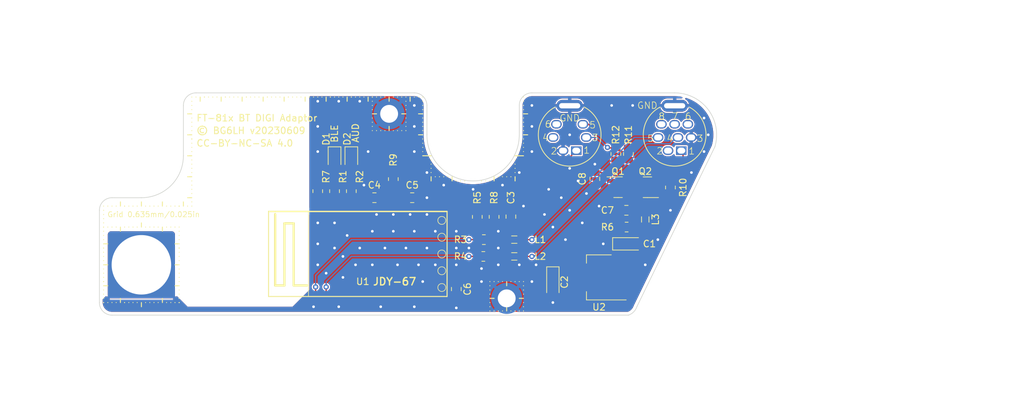
<source format=kicad_pcb>
(kicad_pcb (version 20221018) (generator pcbnew)
  (title_block (title "FT-81x BT DIGI Adaptor") (date "2023-06-09") (rev "20230609") (company "https://github.com/BG6LH/FT-81x-BT-DIGI-Adaptor") (comment 1 "CC-BY-NC-SA 4.0") (comment 2 "With special thanks to: BG6JJI, BI1EIH"))
  (layers (0 "F.Cu" signal) (31 "B.Cu" signal) (34 "B.Paste" user) (35 "F.Paste" user) (36 "B.SilkS" user "B.Silkscreen") (37 "F.SilkS" user "F.Silkscreen") (38 "B.Mask" user) (39 "F.Mask" user) (44 "Edge.Cuts" user))
  (net 0 "")
  (net 1 "Net-(U1-TXD)")
  (net 2 "Net-(U1-RXD)")
  (net 3 "Net-(U1-RP)")
  (net 4 "Net-(U1-LP)")
  (net 5 "Net-(U1-MIC-P)")
  (net 6 "Net-(U1-ADCKIN)")
  (net 7 "Net-(U1-AUD-STAT)")
  (net 8 "Net-(U1-BLE-STAT)")
  (net 9 "Net-(U2-VI)")
  (net 10 "+13.8V")
  (net 11 "TX GND")
  (net 12 "TX D")
  (net 13 "RX D")
  (net 14 "BAND DATA")
  (net 15 "ALC")
  (net 16 "TX INH")
  (net 17 "PTT")
  (net 18 "DATA IN")
  (net 19 "SQL")
  (net 20 "DATA OUT 1200bps")
  (net 21 "DATA OUT 9600bps")
  (net 22 "Net-(D1-A)")
  (net 23 "Net-(D2-A)")
  (net 24 "GND")
  (net 33 "Net-(C3-Pad1)")
  (net 34 "Net-(L1-Pad2)")
  (net 35 "Net-(L2-Pad2)")
  (net 36 "5V")
  (net 37 "Net-(C7-Pad1)")
  (net 38 "Net-(Q1-G)")
  (net 39 "Net-(Q2-D)")
  (net 40 "Net-(Q1-D)")
  (footprint "Resistor_SMD:R_0805_2012Metric" (layer "F.Cu") (at 147.955 81.6375 90)
    (fp_text reference "R5")
    (fp_text value "1k" hide)
  )
  (footprint "Capacitor_Tantalum_SMD:CP_EIA-3216-18_Kemet-A" (layer "F.Cu") (at 170.735 85.725)
    (fp_text reference "C1")
    (fp_text value "10u" hide)
  )
  (footprint "Resistor_SMD:R_0805_2012Metric" (layer "F.Cu") (at 148.9475 85.09)
    (fp_text reference "R3")
    (fp_text value "22R" hide)
  )
  (footprint "Capacitor_Tantalum_SMD:CP_EIA-3216-18_Kemet-A" (layer "F.Cu") (at 159.385 91.52 -90)
    (fp_text reference "C2")
    (fp_text value "10~22u" hide)
  )
  (footprint "Capacitor_SMD:C_0805_2012Metric" (layer "F.Cu") (at 144.78 92.572 -90)
    (fp_text reference "C6")
    (fp_text value "100n" hide)
  )
  (footprint "Package_TO_SOT_SMD:SOT-23" (layer "F.Cu") (at 173.6875 77.155 180)
    (fp_text reference "Q2")
    (fp_text value "TP0610T" hide)
  )
  (footprint "Resistor_SMD:R_0805_2012Metric" (layer "F.Cu") (at 150.495 81.6375 90)
    (fp_text reference "R8")
    (fp_text value "10k" hide)
  )
  (footprint "Resistor_SMD:R_0805_2012Metric" (layer "F.Cu") (at 177.165 77.1925 90)
    (fp_text reference "R10")
    (fp_text value "10k" hide)
  )
  (footprint "Library:MD-6Pin_Reverse" (layer "F.Cu") (at 161.925 69.215)
    (fp_text reference "J1010" hide)
    (fp_text value "Mini-DIN-6PR" hide)
  )
  (footprint "Resistor_SMD:R_0805_2012Metric" (layer "F.Cu") (at 148.8675 87.63)
    (fp_text reference "R4")
    (fp_text value "22R" hide)
  )
  (footprint "Capacitor_SMD:C_0805_2012Metric" (layer "F.Cu") (at 170.5 80.645 180)
    (fp_text reference "C7")
    (fp_text value "100n" hide)
  )
  (footprint "Capacitor_SMD:C_0805_2012Metric" (layer "F.Cu") (at 132.395 78.74)
    (fp_text reference "C4")
    (fp_text value "1uF" hide)
  )
  (footprint "Resistor_SMD:R_0805_2012Metric" (layer "F.Cu") (at 123.825 77.7475 -90)
    (fp_text reference "R7")
    (fp_text value "10k" hide)
  )
  (footprint "Capacitor_SMD:C_0805_2012Metric" (layer "F.Cu") (at 138.11 78.74 180)
    (fp_text reference "C5")
    (fp_text value "1uF" hide)
  )
  (footprint "Resistor_SMD:R_0805_2012Metric" (layer "F.Cu") (at 170.5375 83.185)
    (fp_text reference "R6")
    (fp_text value "150R" hide)
  )
  (footprint "Inductor_SMD:L_0805_2012Metric_Pad1.05x1.20mm_HandSolder" (layer "F.Cu") (at 173.355 82.035 -90)
    (fp_text reference "L3")
    (fp_text value "100uH" hide)
  )
  (footprint "Resistor_SMD:R_0805_2012Metric" (layer "F.Cu") (at 170.815 72.1125 90)
    (fp_text reference "R11")
    (fp_text value "10k" hide)
  )
  (footprint "Library:MD-8Pin_Reverse" (layer "F.Cu") (at 177.8 69.215)
    (fp_text reference "J1009" hide)
    (fp_text value "Mini-DIN-8PR" hide)
  )
  (footprint "Resistor_SMD:R_0805_2012Metric" (layer "F.Cu") (at 126.365 77.7475 -90)
    (fp_text reference "R1")
    (fp_text value "1k" hide)
  )
  (footprint "Resistor_SMD:R_0805_2012Metric" (layer "F.Cu") (at 135.255 75.9225 90)
    (fp_text reference "R9")
    (fp_text value "1k" hide)
  )
  (footprint "Library:JDY-67_Bluetooth_Module" (layer "F.Cu") (at 116.385 93.699 90)
    (fp_text reference "U1")
    (fp_text value "JDY-67 Bluetooth Module" hide)
  )
  (footprint "Resistor_SMD:R_0805_2012Metric" (layer "F.Cu") (at 128.905 77.7475 -90)
    (fp_text reference "R2")
    (fp_text value "1k" hide)
  )
  (footprint "Inductor_SMD:L_0805_2012Metric_Pad1.05x1.20mm_HandSolder" (layer "F.Cu") (at 153.55 87.63 180)
    (fp_text reference "L2")
    (fp_text value "100uH" hide)
  )
  (footprint "Capacitor_SMD:C_0805_2012Metric" (layer "F.Cu") (at 153.035 81.6 -90)
    (fp_text reference "C3")
    (fp_text value "1uF" hide)
  )
  (footprint "Package_TO_SOT_SMD:SOT-223-3_TabPin2" (layer "F.Cu") (at 166.37 90.805 180)
    (fp_text reference "U2")
    (fp_text value "LM1117MP-5.0" hide)
  )
  (footprint "Capacitor_SMD:C_0805_2012Metric" (layer "F.Cu") (at 165.735 75.885 -90)
    (fp_text reference "C8")
    (fp_text value "100n" hide)
  )
  (footprint "Inductor_SMD:L_0805_2012Metric_Pad1.05x1.20mm_HandSolder" (layer "F.Cu") (at 153.55 85.09 180)
    (fp_text reference "L1")
    (fp_text value "100uH" hide)
  )
  (footprint "LED_SMD:LED_0805_2012Metric" (layer "F.Cu") (at 126.365 72.7225 -90)
    (fp_text reference "D1")
    (fp_text value "LED" hide)
  )
  (footprint "Library:FT-817_GND_terminal_8.4mm_M8_Pad_TopBottom" (layer "F.Cu") (at 97.155 88.9)
    (fp_text reference "H3" hide)
    (fp_text value "GND Terminal" hide)
  )
  (footprint "Package_TO_SOT_SMD:SOT-23" (layer "F.Cu") (at 169.2425 77.15)
    (fp_text reference "Q1")
    (fp_text value "2N7002" hide)
  )
  (footprint "LED_SMD:LED_0805_2012Metric" (layer "F.Cu") (at 128.905 72.7225 -90)
    (fp_text reference "D2")
    (fp_text value "LED" hide)
  )
  (footprint "Resistor_SMD:R_0805_2012Metric" (layer "F.Cu") (at 168.91 72.1125 -90)
    (fp_text reference "R12")
    (fp_text value "10k" hide)
  )
  (footprint "MountingHole:MountingHole_2.7mm_M2.5_DIN965_Pad_TopOnly" (layer "B.Cu") (at 152.4 93.98 180)
    (fp_text reference "H2" hide)
    (fp_text value "MountingHole_Pad" hide)
  )
  (footprint "MountingHole:MountingHole_2.7mm_M2.5_DIN965_Pad_TopOnly" (layer "B.Cu") (at 134.62 66.04 180)
    (fp_text reference "H1" hide)
    (fp_text value "MountingHole_Pad" hide)
  )
  (gr_line (start 140.97 74.295) (end 140.97 74.295) (stroke (width 0.15)) (layer "F.SilkS"))
  (gr_line (start 100.965 80.01) (end 100.965 80.01) (stroke (width 0.15)) (layer "F.SilkS"))
  (gr_line (start 91.44 81.915) (end 91.44 81.915) (stroke (width 0.15)) (layer "F.SilkS"))
  (gr_line (start 106.68 63.5) (end 106.68 63.5) (stroke (width 0.15)) (layer "F.SilkS"))
  (gr_line (start 104.775 73.025) (end 104.775 73.025) (stroke (width 0.15)) (layer "F.SilkS"))
  (gr_line (start 104.775 69.85) (end 104.775 69.85) (stroke (width 0.15)) (layer "F.SilkS"))
  (gr_line (start 121.92 64.135) (end 121.92 63.5) (stroke (width 0.15)) (layer "F.SilkS"))
  (gr_line (start 125.73 63.5) (end 125.73 63.5) (stroke (width 0.15)) (layer "F.SilkS"))
  (gr_line (start 132.08 65.405) (end 132.08 65.405) (stroke (width 0.15)) (layer "F.SilkS"))
  (gr_line (start 123.19 63.5) (end 123.19 63.5) (stroke (width 0.15)) (layer "F.SilkS"))
  (gr_line (start 139.7 69.215) (end 139.065 69.215) (stroke (width 0.15)) (layer "F.SilkS"))
  (gr_line (start 102.87 86.36) (end 102.87 86.36) (stroke (width 0.15)) (layer "F.SilkS"))
  (gr_line (start 104.775 65.405) (end 104.775 65.405) (stroke (width 0.15)) (layer "F.SilkS"))
  (gr_line (start 137.16 67.31) (end 137.16 67.31) (stroke (width 0.15)) (layer "F.SilkS"))
  (gr_line (start 104.775 67.945) (end 104.775 67.945) (stroke (width 0.15)) (layer "F.SilkS"))
  (gr_line (start 139.7 68.58) (end 139.7 68.58) (stroke (width 0.15)) (layer "F.SilkS"))
  (gr_line (start 102.87 88.265) (end 102.87 88.265) (stroke (width 0.15)) (layer "F.SilkS"))
  (gr_line (start 94.615 94.615) (end 94.615 94.615) (stroke (width 0.15)) (layer "F.SilkS"))
  (gr_line (start 104.14 66.04) (end 104.775 66.04) (stroke (width 0.15)) (layer "F.SilkS"))
  (gr_line (start 116.84 63.5) (end 116.84 63.5) (stroke (width 0.15)) (layer "F.SilkS"))
  (gr_line (start 104.775 77.47) (end 104.775 77.47) (stroke (width 0.15)) (layer "F.SilkS"))
  (gr_line (start 98.425 94.615) (end 98.425 94.615) (stroke (width 0.15)) (layer "F.SilkS"))
  (gr_line (start 106.68 63.5) (end 106.68 63.5) (stroke (width 0.15)) (layer "F.SilkS"))
  (gr_line (start 154.305 91.44) (end 154.305 91.44) (stroke (width 0.15)) (layer "F.SilkS"))
  (gr_line (start 104.775 71.12) (end 104.775 71.12) (stroke (width 0.15)) (layer "F.SilkS"))
  (gr_line (start 137.16 67.945) (end 137.16 67.945) (stroke (width 0.15)) (layer "F.SilkS"))
  (gr_line (start 127.635 63.5) (end 127.635 63.5) (stroke (width 0.15)) (layer "F.SilkS"))
  (gr_line (start 102.87 80.01) (end 102.87 80.01) (stroke (width 0.15)) (layer "F.SilkS"))
  (gr_line (start 128.905 63.5) (end 128.905 63.5) (stroke (width 0.15)) (layer "F.SilkS"))
  (gr_line (start 139.7 65.405) (end 139.7 65.405) (stroke (width 0.15)) (layer "F.SilkS"))
  (gr_line (start 104.14 75.565) (end 104.775 75.565) (stroke (width 0.15)) (layer "F.SilkS"))
  (gr_line (start 127 63.5) (end 127 63.5) (stroke (width 0.15)) (layer "F.SilkS"))
  (gr_line (start 139.7 70.485) (end 139.7 70.485) (stroke (width 0.15)) (layer "F.SilkS"))
  (gr_line (start 104.775 66.675) (end 104.775 66.675) (stroke (width 0.15)) (layer "F.SilkS"))
  (gr_line (start 139.7 63.5) (end 139.7 63.5) (stroke (width 0.15)) (layer "F.SilkS"))
  (gr_line (start 104.775 74.295) (end 104.775 74.295) (stroke (width 0.15)) (layer "F.SilkS"))
  (gr_line (start 113.03 63.5) (end 113.03 63.5) (stroke (width 0.15)) (layer "F.SilkS"))
  (gr_line (start 154.94 71.12) (end 154.94 71.12) (stroke (width 0.15)) (layer "F.SilkS"))
  (gr_line (start 154.94 92.075) (end 154.94 92.075) (stroke (width 0.15)) (layer "F.SilkS"))
  (gr_line (start 154.94 94.615) (end 154.94 94.615) (stroke (width 0.15)) (layer "F.SilkS"))
  (gr_line (start 93.345 83.185) (end 93.345 83.185) (stroke (width 0.15)) (layer "F.SilkS"))
  (gr_line (start 155.575 69.215) (end 154.94 69.215) (stroke (width 0.15)) (layer "F.SilkS"))
  (gr_line (start 94.615 80.01) (end 94.615 80.01) (stroke (width 0.15)) (layer "F.SilkS"))
  (gr_line (start 151.765 75.565) (end 151.765 75.565) (stroke (width 0.15)) (layer "F.SilkS"))
  (gr_line (start 93.345 94.615) (end 93.345 94.615) (stroke (width 0.15)) (layer "F.SilkS"))
  (gr_line (start 99.06 80.01) (end 99.06 80.01) (stroke (width 0.15)) (layer "F.SilkS"))
  (gr_line (start 102.235 94.615) (end 102.235 94.615) (stroke (width 0.15)) (layer "F.SilkS"))
  (gr_line (start 97.79 83.185) (end 97.79 83.185) (stroke (width 0.15)) (layer "F.SilkS"))
  (gr_line (start 91.44 85.09) (end 91.44 85.09) (stroke (width 0.15)) (layer "F.SilkS"))
  (gr_line (start 132.08 68.58) (end 132.08 68.58) (stroke (width 0.15)) (layer "F.SilkS"))
  (gr_line (start 154.94 95.885) (end 154.94 95.885) (stroke (width 0.15)) (layer "F.SilkS"))
  (gr_line (start 139.7 66.04) (end 139.065 66.04) (stroke (width 0.15)) (layer "F.SilkS"))
  (gr_line (start 101.6 80.01) (end 101.6 80.01) (stroke (width 0.15)) (layer "F.SilkS"))
  (gr_line (start 104.775 70.485) (end 104.775 70.485) (stroke (width 0.15)) (layer "F.SilkS"))
  (gr_line (start 149.86 92.71) (end 149.86 92.71) (stroke (width 0.15)) (layer "F.SilkS"))
  (gr_line (start 98.425 80.01) (end 98.425 80.01) (stroke (width 0.15)) (layer "F.SilkS"))
  (gr_line (start 150.495 75.565) (end 150.495 76.2) (stroke (width 0.15)) (layer "F.SilkS"))
  (gr_line (start 146.05 76.2) (end 146.05 76.2) (stroke (width 0.15)) (layer "F.SilkS"))
  (gr_line (start 91.44 88.265) (end 91.44 88.265) (stroke (width 0.15)) (layer "F.SilkS"))
  (gr_line (start 102.87 94.615) (end 102.87 94.615) (stroke (width 0.15)) (layer "F.SilkS"))
  (gr_line (start 104.775 69.85) (end 104.775 69.85) (stroke (width 0.15)) (layer "F.SilkS"))
  (gr_line (start 92.075 80.01) (end 92.075 80.01) (stroke (width 0.15)) (layer "F.SilkS"))
  (gr_line (start 102.87 86.36) (end 102.87 86.36) (stroke (width 0.15)) (layer "F.SilkS"))
  (gr_line (start 102.87 93.98) (end 102.87 93.98) (stroke (width 0.15)) (layer "F.SilkS"))
  (gr_line (start 154.94 95.25) (end 154.94 95.25) (stroke (width 0.15)) (layer "F.SilkS"))
  (gr_line (start 143.51 75.565) (end 143.51 75.565) (stroke (width 0.15)) (layer "F.SilkS"))
  (gr_line (start 118.11 63.5) (end 118.11 63.5) (stroke (width 0.15)) (layer "F.SilkS"))
  (gr_line (start 140.97 73.025) (end 140.97 73.025) (stroke (width 0.15)) (layer "F.SilkS"))
  (gr_line (start 102.87 83.185) (end 102.87 83.185) (stroke (width 0.15)) (layer "F.SilkS"))
  (gr_line (start 154.94 93.345) (end 154.94 93.345) (stroke (width 0.15)) (layer "F.SilkS"))
  (gr_line (start 104.775 67.31) (end 104.775 67.31) (stroke (width 0.15)) (layer "F.SilkS"))
  (gr_line (start 91.44 80.645) (end 91.44 80.645) (stroke (width 0.15)) (layer "F.SilkS"))
  (gr_line (start 119.38 63.5) (end 119.38 63.5) (stroke (width 0.15)) (layer "F.SilkS"))
  (gr_line (start 154.94 91.44) (end 154.94 91.44) (stroke (width 0.15)) (layer "F.SilkS"))
  (gr_line (start 117.475 63.5) (end 117.475 63.5) (stroke (width 0.15)) (layer "F.SilkS"))
  (gr_line (start 120.015 63.5) (end 120.015 63.5) (stroke (width 0.15)) (layer "F.SilkS"))
  (gr_line (start 137.16 65.405) (end 137.16 65.405) (stroke (width 0.15)) (layer "F.SilkS"))
  (gr_line (start 104.775 76.2) (end 104.775 76.2) (stroke (width 0.15)) (layer "F.SilkS"))
  (gr_line (start 101.6 83.185) (end 101.6 83.185) (stroke (width 0.15)) (layer "F.SilkS"))
  (gr_line (start 125.095 64.135) (end 125.095 63.5) (stroke (width 0.15)) (layer "F.SilkS"))
  (gr_line (start 113.03 63.5) (end 113.03 63.5) (stroke (width 0.15)) (layer "F.SilkS"))
  (gr_line (start 130.175 63.5) (end 130.175 63.5) (stroke (width 0.15)) (layer "F.SilkS"))
  (gr_line (start 145.415 76.2) (end 145.415 76.2) (stroke (width 0.15)) (layer "F.SilkS"))
  (gr_line (start 140.97 72.39) (end 139.7 72.39) (stroke (width 0.15)) (layer "F.SilkS"))
  (gr_line (start 110.49 63.5) (end 110.49 63.5) (stroke (width 0.15)) (layer "F.SilkS"))
  (gr_line (start 114.3 63.5) (end 114.3 63.5) (stroke (width 0.15)) (layer "F.SilkS"))
  (gr_line (start 136.525 63.5) (end 136.525 63.5) (stroke (width 0.15)) (layer "F.SilkS"))
  (gr_line (start 139.7 66.675) (end 139.7 66.675) (stroke (width 0.15)) (layer "F.SilkS"))
  (gr_line (start 92.71 83.185) (end 92.71 83.185) (stroke (width 0.15)) (layer "F.SilkS"))
  (gr_line (start 96.52 83.185) (end 96.52 83.185) (stroke (width 0.15)) (layer "F.SilkS"))
  (gr_line (start 100.965 94.615) (end 100.965 94.615) (stroke (width 0.15)) (layer "F.SilkS"))
  (gr_line (start 151.13 95.885) (end 151.13 95.885) (stroke (width 0.15)) (layer "F.SilkS"))
  (gr_line (start 91.44 91.44) (end 91.44 91.44) (stroke (width 0.15)) (layer "F.SilkS"))
  (gr_line (start 92.71 94.615) (end 92.71 94.615) (stroke (width 0.15)) (layer "F.SilkS"))
  (gr_line (start 126.365 63.5) (end 126.365 63.5) (stroke (width 0.15)) (layer "F.SilkS"))
  (gr_line (start 91.44 87.63) (end 91.44 87.63) (stroke (width 0.15)) (layer "F.SilkS"))
  (gr_line (start 120.65 63.5) (end 120.65 63.5) (stroke (width 0.15)) (layer "F.SilkS"))
  (gr_line (start 94.615 83.185) (end 94.615 83.185) (stroke (width 0.15)) (layer "F.SilkS"))
  (gr_line (start 91.44 93.98) (end 91.44 93.98) (stroke (width 0.15)) (layer "F.SilkS"))
  (gr_line (start 140.97 74.93) (end 140.97 74.93) (stroke (width 0.15)) (layer "F.SilkS"))
  (gr_line (start 91.44 94.615) (end 91.44 94.615) (stroke (width 0.15)) (layer "F.SilkS"))
  (gr_line (start 102.235 92.075) (end 102.87 92.075) (stroke (width 0.15)) (layer "F.SilkS"))
  (gr_line (start 91.44 83.185) (end 91.44 83.185) (stroke (width 0.15)) (layer "F.SilkS"))
  (gr_line (start 95.885 94.615) (end 95.885 94.615) (stroke (width 0.15)) (layer "F.SilkS"))
  (gr_line (start 140.97 73.66) (end 140.97 73.66) (stroke (width 0.15)) (layer "F.SilkS"))
  (gr_line (start 154.94 67.945) (end 154.94 67.945) (stroke (width 0.15)) (layer "F.SilkS"))
  (gr_line (start 139.7 64.135) (end 139.7 64.135) (stroke (width 0.15)) (layer "F.SilkS"))
  (gr_line (start 109.855 63.5) (end 109.855 63.5) (stroke (width 0.15)) (layer "F.SilkS"))
  (gr_line (start 144.145 76.2) (end 144.145 75.565) (stroke (width 0.15)) (layer "F.SilkS"))
  (gr_line (start 91.44 86.36) (end 91.44 86.36) (stroke (width 0.15)) (layer "F.SilkS"))
  (gr_line (start 91.44 92.71) (end 91.44 92.71) (stroke (width 0.15)) (layer "F.SilkS"))
  (gr_line (start 132.08 67.31) (end 132.08 67.31) (stroke (width 0.15)) (layer "F.SilkS"))
  (gr_line (start 94.615 94.615) (end 94.615 94.615) (stroke (width 0.15)) (layer "F.SilkS"))
  (gr_line (start 95.25 94.615) (end 95.25 94.615) (stroke (width 0.15)) (layer "F.SilkS"))
  (gr_line (start 102.87 89.535) (end 102.87 89.535) (stroke (width 0.15)) (layer "F.SilkS"))
  (gr_line (start 154.94 67.31) (end 154.94 67.31) (stroke (width 0.15)) (layer "F.SilkS"))
  (gr_line (start 92.075 94.615) (end 92.075 94.615) (stroke (width 0.15)) (layer "F.SilkS"))
  (gr_line (start 139.065 63.5) (end 139.065 63.5) (stroke (width 0.15)) (layer "F.SilkS"))
  (gr_line (start 137.16 63.5) (end 137.16 63.5) (stroke (width 0.15)) (layer "F.SilkS"))
  (gr_line (start 105.41 63.5) (end 105.41 63.5) (stroke (width 0.15)) (layer "F.SilkS"))
  (gr_line (start 134.62 64.135) (end 134.62 63.5) (stroke (width 0.15)) (layer "F.SilkS"))
  (gr_line (start 104.775 64.77) (end 104.775 64.77) (stroke (width 0.15)) (layer "F.SilkS"))
  (gr_line (start 104.775 76.835) (end 104.775 76.835) (stroke (width 0.15)) (layer "F.SilkS"))
  (gr_line (start 128.905 63.5) (end 128.905 63.5) (stroke (width 0.15)) (layer "F.SilkS"))
  (gr_line (start 141.605 75.565) (end 141.605 75.565) (stroke (width 0.15)) (layer "F.SilkS"))
  (gr_line (start 91.44 90.805) (end 91.44 90.805) (stroke (width 0.15)) (layer "F.SilkS"))
  (gr_line (start 132.08 66.675) (end 132.08 66.675) (stroke (width 0.15)) (layer "F.SilkS"))
  (gr_line (start 122.555 63.5) (end 122.555 63.5) (stroke (width 0.15)) (layer "F.SilkS"))
  (gr_line (start 128.27 64.135) (end 128.27 63.5) (stroke (width 0.15)) (layer "F.SilkS"))
  (gr_line (start 153.67 74.295) (end 153.67 74.295) (stroke (width 0.15)) (layer "F.SilkS"))
  (gr_line (start 104.775 73.66) (end 104.775 73.66) (stroke (width 0.15)) (layer "F.SilkS"))
  (gr_line (start 152.4 92.075) (end 152.4 91.44) (stroke (width 0.15)) (layer "F.SilkS"))
  (gr_line (start 102.87 86.995) (end 102.87 86.995) (stroke (width 0.15)) (layer "F.SilkS"))
  (gr_line (start 139.7 69.85) (end 139.7 69.85) (stroke (width 0.15)) (layer "F.SilkS"))
  (gr_line (start 91.44 84.455) (end 91.44 84.455) (stroke (width 0.15)) (layer "F.SilkS"))
  (gr_line (start 136.525 68.58) (end 136.525 68.58) (stroke (width 0.15)) (layer "F.SilkS"))
  (gr_line (start 153.035 95.885) (end 153.035 95.885) (stroke (width 0.15)) (layer "F.SilkS"))
  (gr_line (start 104.14 69.215) (end 104.775 69.215) (stroke (width 0.15)) (layer "F.SilkS"))
  (gr_line (start 154.94 65.405) (end 154.94 65.405) (stroke (width 0.15)) (layer "F.SilkS"))
  (gr_line (start 154.94 63.5) (end 154.94 63.5) (stroke (width 0.15)) (layer "F.SilkS"))
  (gr_line (start 91.44 86.995) (end 91.44 86.995) (stroke (width 0.15)) (layer "F.SilkS"))
  (gr_line (start 151.13 75.565) (end 151.13 75.565) (stroke (width 0.15)) (layer "F.SilkS"))
  (gr_line (start 104.775 63.5) (end 104.775 63.5) (stroke (width 0.15)) (layer "F.SilkS"))
  (gr_line (start 91.44 81.28) (end 91.44 81.28) (stroke (width 0.15)) (layer "F.SilkS"))
  (gr_line (start 153.67 73.66) (end 153.67 73.66) (stroke (width 0.15)) (layer "F.SilkS"))
  (gr_line (start 102.235 85.725) (end 102.87 85.725) (stroke (width 0.15)) (layer "F.SilkS"))
  (gr_line (start 153.035 75.565) (end 153.035 75.565) (stroke (width 0.15)) (layer "F.SilkS"))
  (gr_line (start 97.155 82.55) (end 97.155 83.185) (stroke (width 0.15)) (layer "F.SilkS"))
  (gr_line (start 133.35 63.5) (end 133.35 63.5) (stroke (width 0.15)) (layer "F.SilkS"))
  (gr_line (start 137.16 66.675) (end 137.16 66.675) (stroke (width 0.15)) (layer "F.SilkS"))
  (gr_line (start 135.255 68.58) (end 135.255 68.58) (stroke (width 0.15)) (layer "F.SilkS"))
  (gr_line (start 122.555 63.5) (end 122.555 63.5) (stroke (width 0.15)) (layer "F.SilkS"))
  (gr_line (start 154.94 68.58) (end 154.94 68.58) (stroke (width 0.15)) (layer "F.SilkS"))
  (gr_line (start 153.67 75.565) (end 153.67 76.2) (stroke (width 0.15)) (layer "F.SilkS"))
  (gr_line (start 154.94 66.675) (end 154.94 66.675) (stroke (width 0.15)) (layer "F.SilkS"))
  (gr_line (start 106.045 64.135) (end 106.045 63.5) (stroke (width 0.15)) (layer "F.SilkS"))
  (gr_line (start 96.52 94.615) (end 96.52 94.615) (stroke (width 0.15)) (layer "F.SilkS"))
  (gr_line (start 119.38 63.5) (end 119.38 63.5) (stroke (width 0.15)) (layer "F.SilkS"))
  (gr_line (start 102.87 90.805) (end 102.87 90.805) (stroke (width 0.15)) (layer "F.SilkS"))
  (gr_line (start 99.06 94.615) (end 99.06 94.615) (stroke (width 0.15)) (layer "F.SilkS"))
  (gr_line (start 102.87 94.615) (end 102.87 94.615) (stroke (width 0.15)) (layer "F.SilkS"))
  (gr_line (start 153.67 74.93) (end 153.67 74.93) (stroke (width 0.15)) (layer "F.SilkS"))
  (gr_line (start 123.825 63.5) (end 123.825 63.5) (stroke (width 0.15)) (layer "F.SilkS"))
  (gr_line (start 104.775 69.85) (end 104.775 69.85) (stroke (width 0.15)) (layer "F.SilkS"))
  (gr_line (start 100.33 79.375) (end 100.33 80.01) (stroke (width 0.15)) (layer "F.SilkS"))
  (gr_line (start 133.985 63.5) (end 133.985 63.5) (stroke (width 0.15)) (layer "F.SilkS"))
  (gr_line (start 99.695 94.615) (end 99.695 94.615) (stroke (width 0.15)) (layer "F.SilkS"))
  (gr_line (start 150.495 93.98) (end 149.86 93.98) (stroke (width 0.15)) (layer "F.SilkS"))
  (gr_line (start 109.22 64.135) (end 109.22 63.5) (stroke (width 0.15)) (layer "F.SilkS"))
  (gr_line (start 133.35 68.58) (end 133.35 68.58) (stroke (width 0.15)) (layer "F.SilkS"))
  (gr_line (start 132.08 67.945) (end 132.08 67.945) (stroke (width 0.15)) (layer "F.SilkS"))
  (gr_line (start 102.87 88.9) (end 102.235 88.9) (stroke (width 0.15)) (layer "F.SilkS"))
  (gr_line (start 108.585 63.5) (end 108.585 63.5) (stroke (width 0.15)) (layer "F.SilkS"))
  (gr_line (start 98.425 83.185) (end 98.425 83.185) (stroke (width 0.15)) (layer "F.SilkS"))
  (gr_line (start 104.14 78.74) (end 104.775 78.74) (stroke (width 0.15)) (layer "F.SilkS"))
  (gr_line (start 139.7 67.31) (end 139.7 67.31) (stroke (width 0.15)) (layer "F.SilkS"))
  (gr_line (start 137.16 68.58) (end 137.16 68.58) (stroke (width 0.15)) (layer "F.SilkS"))
  (gr_line (start 102.87 92.71) (end 102.87 92.71) (stroke (width 0.15)) (layer "F.SilkS"))
  (gr_line (start 101.6 94.615) (end 101.6 94.615) (stroke (width 0.15)) (layer "F.SilkS"))
  (gr_line (start 139.7 71.12) (end 139.7 71.12) (stroke (width 0.15)) (layer "F.SilkS"))
  (gr_line (start 102.87 80.01) (end 102.87 80.01) (stroke (width 0.15)) (layer "F.SilkS"))
  (gr_line (start 148.59 76.2) (end 148.59 76.2) (stroke (width 0.15)) (layer "F.SilkS"))
  (gr_line (start 152.4 95.25) (end 152.4 95.885) (stroke (width 0.15)) (layer "F.SilkS"))
  (gr_line (start 135.89 63.5) (end 135.89 63.5) (stroke (width 0.15)) (layer "F.SilkS"))
  (gr_line (start 153.67 73.025) (end 153.67 73.025) (stroke (width 0.15)) (layer "F.SilkS"))
  (gr_line (start 91.44 86.36) (end 91.44 86.36) (stroke (width 0.15)) (layer "F.SilkS"))
  (gr_line (start 135.89 68.58) (end 135.89 68.58) (stroke (width 0.15)) (layer "F.SilkS"))
  (gr_line (start 137.16 64.135) (end 137.16 64.135) (stroke (width 0.15)) (layer "F.SilkS"))
  (gr_line (start 118.745 64.135) (end 118.745 63.5) (stroke (width 0.15)) (layer "F.SilkS"))
  (gr_line (start 104.14 72.39) (end 104.775 72.39) (stroke (width 0.15)) (layer "F.SilkS"))
  (gr_line (start 97.79 80.01) (end 97.79 80.01) (stroke (width 0.15)) (layer "F.SilkS"))
  (gr_line (start 102.87 90.17) (end 102.87 90.17) (stroke (width 0.15)) (layer "F.SilkS"))
  (gr_line (start 149.86 95.25) (end 149.86 95.25) (stroke (width 0.15)) (layer "F.SilkS"))
  (gr_line (start 97.79 94.615) (end 97.79 94.615) (stroke (width 0.15)) (layer "F.SilkS"))
  (gr_line (start 154.94 71.755) (end 154.94 71.755) (stroke (width 0.15)) (layer "F.SilkS"))
  (gr_line (start 132.08 64.77) (end 132.08 64.77) (stroke (width 0.15)) (layer "F.SilkS"))
  (gr_line (start 96.52 80.01) (end 96.52 80.01) (stroke (width 0.15)) (layer "F.SilkS"))
  (gr_line (start 116.205 63.5) (end 116.205 63.5) (stroke (width 0.15)) (layer "F.SilkS"))
  (gr_line (start 133.985 68.58) (end 133.985 68.58) (stroke (width 0.15)) (layer "F.SilkS"))
  (gr_line (start 103.505 79.375) (end 103.505 80.01) (stroke (width 0.15)) (layer "F.SilkS"))
  (gr_line (start 132.08 63.5) (end 132.08 63.5) (stroke (width 0.15)) (layer "F.SilkS"))
  (gr_line (start 138.43 63.5) (end 138.43 63.5) (stroke (width 0.15)) (layer "F.SilkS"))
  (gr_line (start 149.225 76.2) (end 149.225 76.2) (stroke (width 0.15)) (layer "F.SilkS"))
  (gr_line (start 114.935 63.5) (end 114.935 63.5) (stroke (width 0.15)) (layer "F.SilkS"))
  (gr_line (start 102.87 87.63) (end 102.87 87.63) (stroke (width 0.15)) (layer "F.SilkS"))
  (gr_line (start 92.075 88.9) (end 91.44 88.9) (stroke (width 0.15)) (layer "F.SilkS"))
  (gr_line (start 121.285 63.5) (end 121.285 63.5) (stroke (width 0.15)) (layer "F.SilkS"))
  (gr_line (start 91.44 90.17) (end 91.44 90.17) (stroke (width 0.15)) (layer "F.SilkS"))
  (gr_line (start 112.395 64.135) (end 112.395 63.5) (stroke (width 0.15)) (layer "F.SilkS"))
  (gr_line (start 102.87 94.615) (end 102.87 94.615) (stroke (width 0.15)) (layer "F.SilkS"))
  (gr_line (start 91.44 93.345) (end 91.44 93.345) (stroke (width 0.15)) (layer "F.SilkS"))
  (gr_line (start 137.795 64.135) (end 137.795 63.5) (stroke (width 0.15)) (layer "F.SilkS"))
  (gr_line (start 95.885 83.185) (end 95.885 83.185) (stroke (width 0.15)) (layer "F.SilkS"))
  (gr_line (start 151.765 91.44) (end 151.765 91.44) (stroke (width 0.15)) (layer "F.SilkS"))
  (gr_line (start 132.08 64.135) (end 132.08 64.135) (stroke (width 0.15)) (layer "F.SilkS"))
  (gr_line (start 93.98 79.375) (end 93.98 80.01) (stroke (width 0.15)) (layer "F.SilkS"))
  (gr_line (start 102.87 83.82) (end 102.87 83.82) (stroke (width 0.15)) (layer "F.SilkS"))
  (gr_line (start 91.44 85.725) (end 92.075 85.725) (stroke (width 0.15)) (layer "F.SilkS"))
  (gr_line (start 149.86 91.44) (end 149.86 91.44) (stroke (width 0.15)) (layer "F.SilkS"))
  (gr_line (start 102.87 80.01) (end 102.87 80.01) (stroke (width 0.15)) (layer "F.SilkS"))
  (gr_line (start 130.81 63.5) (end 130.81 63.5) (stroke (width 0.15)) (layer "F.SilkS"))
  (gr_line (start 102.87 91.44) (end 102.87 91.44) (stroke (width 0.15)) (layer "F.SilkS"))
  (gr_line (start 154.94 64.77) (end 154.94 64.77) (stroke (width 0.15)) (layer "F.SilkS"))
  (gr_line (start 91.44 82.55) (end 91.44 82.55) (stroke (width 0.15)) (layer "F.SilkS"))
  (gr_line (start 109.855 63.5) (end 109.855 63.5) (stroke (width 0.15)) (layer "F.SilkS"))
  (gr_line (start 154.305 95.885) (end 154.305 95.885) (stroke (width 0.15)) (layer "F.SilkS"))
  (gr_line (start 91.44 89.535) (end 91.44 89.535) (stroke (width 0.15)) (layer "F.SilkS"))
  (gr_line (start 92.075 92.075) (end 91.44 92.075) (stroke (width 0.15)) (layer "F.SilkS"))
  (gr_line (start 95.25 83.185) (end 95.25 83.185) (stroke (width 0.15)) (layer "F.SilkS"))
  (gr_line (start 136.525 66.04) (end 137.16 66.04) (stroke (width 0.15)) (layer "F.SilkS"))
  (gr_line (start 99.695 80.01) (end 99.695 80.01) (stroke (width 0.15)) (layer "F.SilkS"))
  (gr_line (start 149.86 76.2) (end 149.86 76.2) (stroke (width 0.15)) (layer "F.SilkS"))
  (gr_line (start 99.06 83.185) (end 99.06 83.185) (stroke (width 0.15)) (layer "F.SilkS"))
  (gr_line (start 115.57 64.135) (end 115.57 63.5) (stroke (width 0.15)) (layer "F.SilkS"))
  (gr_line (start 100.33 93.98) (end 100.33 94.615) (stroke (width 0.15)) (layer "F.SilkS"))
  (gr_line (start 149.86 94.615) (end 149.86 94.615) (stroke (width 0.15)) (layer "F.SilkS"))
  (gr_line (start 104.775 80.01) (end 104.775 80.01) (stroke (width 0.15)) (layer "F.SilkS"))
  (gr_line (start 154.94 69.85) (end 154.94 69.85) (stroke (width 0.15)) (layer "F.SilkS"))
  (gr_line (start 149.86 95.885) (end 149.86 95.885) (stroke (width 0.15)) (layer "F.SilkS"))
  (gr_line (start 132.08 63.5) (end 132.08 63.5) (stroke (width 0.15)) (layer "F.SilkS"))
  (gr_line (start 135.255 63.5) (end 135.255 63.5) (stroke (width 0.15)) (layer "F.SilkS"))
  (gr_line (start 132.715 68.58) (end 132.715 68.58) (stroke (width 0.15)) (layer "F.SilkS"))
  (gr_line (start 104.14 80.01) (end 104.14 80.01) (stroke (width 0.15)) (layer "F.SilkS"))
  (gr_line (start 142.875 75.565) (end 142.875 75.565) (stroke (width 0.15)) (layer "F.SilkS"))
  (gr_line (start 116.205 63.5) (end 116.205 63.5) (stroke (width 0.15)) (layer "F.SilkS"))
  (gr_line (start 93.98 93.98) (end 93.98 94.615) (stroke (width 0.15)) (layer "F.SilkS"))
  (gr_line (start 91.44 83.185) (end 91.44 83.185) (stroke (width 0.15)) (layer "F.SilkS"))
  (gr_line (start 104.775 68.58) (end 104.775 68.58) (stroke (width 0.15)) (layer "F.SilkS"))
  (gr_line (start 91.44 91.44) (end 91.44 91.44) (stroke (width 0.15)) (layer "F.SilkS"))
  (gr_line (start 154.94 70.485) (end 154.94 70.485) (stroke (width 0.15)) (layer "F.SilkS"))
  (gr_line (start 97.155 79.375) (end 97.155 80.01) (stroke (width 0.15)) (layer "F.SilkS"))
  (gr_line (start 151.765 95.885) (end 151.765 95.885) (stroke (width 0.15)) (layer "F.SilkS"))
  (gr_line (start 102.235 80.01) (end 102.235 80.01) (stroke (width 0.15)) (layer "F.SilkS"))
  (gr_line (start 137.16 64.77) (end 137.16 64.77) (stroke (width 0.15)) (layer "F.SilkS"))
  (gr_line (start 95.885 80.01) (end 95.885 80.01) (stroke (width 0.15)) (layer "F.SilkS"))
  (gr_line (start 104.775 71.755) (end 104.775 71.755) (stroke (width 0.15)) (layer "F.SilkS"))
  (gr_line (start 140.97 75.565) (end 140.97 76.2) (stroke (width 0.15)) (layer "F.SilkS"))
  (gr_line (start 102.87 85.09) (end 102.87 85.09) (stroke (width 0.15)) (layer "F.SilkS"))
  (gr_line (start 154.94 92.71) (end 154.94 92.71) (stroke (width 0.15)) (layer "F.SilkS"))
  (gr_line (start 95.25 80.01) (end 95.25 80.01) (stroke (width 0.15)) (layer "F.SilkS"))
  (gr_line (start 100.965 83.185) (end 100.965 83.185) (stroke (width 0.15)) (layer "F.SilkS"))
  (gr_line (start 102.235 83.185) (end 102.235 83.185) (stroke (width 0.15)) (layer "F.SilkS"))
  (gr_line (start 107.95 63.5) (end 107.95 63.5) (stroke (width 0.15)) (layer "F.SilkS"))
  (gr_line (start 100.33 83.82) (end 100.33 83.185) (stroke (width 0.15)) (layer "F.SilkS"))
  (gr_line (start 132.715 66.04) (end 132.08 66.04) (stroke (width 0.15)) (layer "F.SilkS"))
  (gr_line (start 139.7 67.945) (end 139.7 67.945) (stroke (width 0.15)) (layer "F.SilkS"))
  (gr_line (start 154.94 64.135) (end 154.94 64.135) (stroke (width 0.15)) (layer "F.SilkS"))
  (gr_line (start 99.695 83.185) (end 99.695 83.185) (stroke (width 0.15)) (layer "F.SilkS"))
  (gr_line (start 102.87 84.455) (end 102.87 84.455) (stroke (width 0.15)) (layer "F.SilkS"))
  (gr_line (start 129.54 63.5) (end 129.54 63.5) (stroke (width 0.15)) (layer "F.SilkS"))
  (gr_line (start 107.315 63.5) (end 107.315 63.5) (stroke (width 0.15)) (layer "F.SilkS"))
  (gr_line (start 152.4 75.565) (end 152.4 75.565) (stroke (width 0.15)) (layer "F.SilkS"))
  (gr_line (start 104.775 78.105) (end 104.775 78.105) (stroke (width 0.15)) (layer "F.SilkS"))
  (gr_line (start 111.125 63.5) (end 111.125 63.5) (stroke (width 0.15)) (layer "F.SilkS"))
  (gr_line (start 155.575 66.04) (end 154.94 66.04) (stroke (width 0.15)) (layer "F.SilkS"))
  (gr_line (start 149.86 93.345) (end 149.86 93.345) (stroke (width 0.15)) (layer "F.SilkS"))
  (gr_line (start 93.98 83.82) (end 93.98 83.185) (stroke (width 0.15)) (layer "F.SilkS"))
  (gr_line (start 104.775 79.375) (end 104.775 79.375) (stroke (width 0.15)) (layer "F.SilkS"))
  (gr_line (start 94.615 80.01) (end 94.615 80.01) (stroke (width 0.15)) (layer "F.SilkS"))
  (gr_line (start 142.24 75.565) (end 142.24 75.565) (stroke (width 0.15)) (layer "F.SilkS"))
  (gr_line (start 153.035 91.44) (end 153.035 91.44) (stroke (width 0.15)) (layer "F.SilkS"))
  (gr_line (start 151.13 91.44) (end 151.13 91.44) (stroke (width 0.15)) (layer "F.SilkS"))
  (gr_line (start 150.495 95.885) (end 150.495 95.885) (stroke (width 0.15)) (layer "F.SilkS"))
  (gr_line (start 153.67 95.885) (end 153.67 95.885) (stroke (width 0.15)) (layer "F.SilkS"))
  (gr_line (start 124.46 63.5) (end 124.46 63.5) (stroke (width 0.15)) (layer "F.SilkS"))
  (gr_line (start 104.775 74.93) (end 104.775 74.93) (stroke (width 0.15)) (layer "F.SilkS"))
  (gr_line (start 111.76 63.5) (end 111.76 63.5) (stroke (width 0.15)) (layer "F.SilkS"))
  (gr_line (start 131.445 64.135) (end 131.445 63.5) (stroke (width 0.15)) (layer "F.SilkS"))
  (gr_line (start 144.78 76.2) (end 144.78 76.2) (stroke (width 0.15)) (layer "F.SilkS"))
  (gr_line (start 102.87 86.36) (end 102.87 86.36) (stroke (width 0.15)) (layer "F.SilkS"))
  (gr_line (start 97.155 94.615) (end 97.155 95.25) (stroke (width 0.15)) (layer "F.SilkS"))
  (gr_line (start 91.44 80.01) (end 91.44 80.01) (stroke (width 0.15)) (layer "F.SilkS"))
  (gr_line (start 93.345 80.01) (end 93.345 80.01) (stroke (width 0.15)) (layer "F.SilkS"))
  (gr_line (start 150.495 91.44) (end 150.495 91.44) (stroke (width 0.15)) (layer "F.SilkS"))
  (gr_line (start 91.44 94.615) (end 91.44 94.615) (stroke (width 0.15)) (layer "F.SilkS"))
  (gr_line (start 132.715 63.5) (end 132.715 63.5) (stroke (width 0.15)) (layer "F.SilkS"))
  (gr_line (start 113.665 63.5) (end 113.665 63.5) (stroke (width 0.15)) (layer "F.SilkS"))
  (gr_line (start 92.075 83.185) (end 92.075 83.185) (stroke (width 0.15)) (layer "F.SilkS"))
  (gr_line (start 153.67 91.44) (end 153.67 91.44) (stroke (width 0.15)) (layer "F.SilkS"))
  (gr_line (start 92.71 80.01) (end 92.71 80.01) (stroke (width 0.15)) (layer "F.SilkS"))
  (gr_line (start 154.94 72.39) (end 153.67 72.39) (stroke (width 0.15)) (layer "F.SilkS"))
  (gr_line (start 154.305 93.98) (end 154.94 93.98) (stroke (width 0.15)) (layer "F.SilkS"))
  (gr_line (start 139.7 64.77) (end 139.7 64.77) (stroke (width 0.15)) (layer "F.SilkS"))
  (gr_line (start 125.73 63.5) (end 125.73 63.5) (stroke (width 0.15)) (layer "F.SilkS"))
  (gr_line (start 104.775 64.135) (end 104.775 64.135) (stroke (width 0.15)) (layer "F.SilkS"))
  (gr_line (start 91.44 83.82) (end 91.44 83.82) (stroke (width 0.15)) (layer "F.SilkS"))
  (gr_line (start 139.7 71.755) (end 139.7 71.755) (stroke (width 0.15)) (layer "F.SilkS"))
  (gr_line (start 102.87 93.345) (end 102.87 93.345) (stroke (width 0.15)) (layer "F.SilkS"))
  (gr_line (start 134.62 67.945) (end 134.62 68.58) (stroke (width 0.15)) (layer "F.SilkS"))
  (gr_line (start 149.86 92.075) (end 149.86 92.075) (stroke (width 0.15)) (layer "F.SilkS"))
  (gr_line (start 172.085 95.25) (end 183.882197 71.039659) (stroke (width 0.1)) (layer "Edge.Cuts"))
  (gr_arc (start 103.505 64.77) (mid 104.062962 63.422962) (end 105.41 62.865) (stroke (width 0.1)) (layer "Edge.Cuts"))
  (gr_arc (start 172.085 95.25) (mid 171.599903 96.034903) (end 170.815 96.52) (stroke (width 0.1)) (layer "Edge.Cuts"))
  (gr_arc (start 92.71 96.52) (mid 91.362962 95.962038) (end 90.805 94.615) (stroke (width 0.1)) (layer "Edge.Cuts"))
  (gr_line (start 92.71 96.52) (end 170.815 96.52) (stroke (width 0.1)) (layer "Edge.Cuts"))
  (gr_arc (start 177.8 62.865) (mid 182.89456 65.424491) (end 183.882197 71.039659) (stroke (width 0.1)) (layer "Edge.Cuts"))
  (gr_line (start 177.8 62.865) (end 156.21 62.865) (stroke (width 0.1)) (layer "Edge.Cuts"))
  (gr_line (start 103.505 72.39) (end 103.505 64.77) (stroke (width 0.1)) (layer "Edge.Cuts"))
  (gr_line (start 97.155 78.74) (end 92.71 78.74) (stroke (width 0.1)) (layer "Edge.Cuts"))
  (gr_arc (start 138.43 62.865) (mid 139.777038 63.422962) (end 140.335 64.77) (stroke (width 0.1)) (layer "Edge.Cuts"))
  (gr_arc (start 90.804999 80.644999) (mid 91.362961 79.297961) (end 92.709999 78.739999) (stroke (width 0.1)) (layer "Edge.Cuts"))
  (gr_line (start 140.335 64.77) (end 140.335 69.215) (stroke (width 0.1)) (layer "Edge.Cuts"))
  (gr_line (start 90.805 80.645) (end 90.805 94.615) (stroke (width 0.1)) (layer "Edge.Cuts"))
  (gr_arc (start 103.505 72.39) (mid 101.645128 76.880128) (end 97.155 78.74) (stroke (width 0.1)) (layer "Edge.Cuts"))
  (gr_line (start 138.43 62.865) (end 105.41 62.865) (stroke (width 0.1)) (layer "Edge.Cuts"))
  (gr_line (start 154.305 64.77) (end 154.305 69.215) (stroke (width 0.1)) (layer "Edge.Cuts"))
  (gr_arc (start 154.305 69.215) (mid 147.32 76.2) (end 140.335 69.215) (stroke (width 0.1)) (layer "Edge.Cuts"))
  (gr_arc (start 154.305 64.77) (mid 154.862962 63.422962) (end 156.21 62.865) (stroke (width 0.1)) (layer "Edge.Cuts"))
  (gr_text "FT-81x BT DIGI Adaptor" (at 105.41 66.675) (layer "F.SilkS") (effects (font (size 1 1)) (justify left)))
  (gr_text "BLE" (at 126.365 70.485 90) (layer "F.SilkS") (effects (font (size 1 1)) (justify left)))
  (gr_text "© BG6LH v20230609" (at 105.41 68.58) (layer "F.SilkS") (effects (font (size 1 1)) (justify left)))
  (gr_text "CC-BY-NC-SA 4.0" (at 105.41 70.485) (layer "F.SilkS") (effects (font (size 1 1)) (justify left)))
  (gr_text "Grid 0.635mm/0.025in" (at 106.045 81.28) (layer "F.SilkS") (effects (font (size 0.8 0.8) (thickness 0.1)) (justify right)))
  (gr_text "AUD" (at 129.54 70.485 90) (layer "F.SilkS") (effects (font (size 1 1)) (justify left)))
  (segment (start 148.035 85.09) (end 146.685 85.09) (width 0.2) (layer "F.Cu") (net 1))
  (segment (start 123.502 92.252) (end 123.502 93.699) (width 0.2) (layer "F.Cu") (net 1))
  (via (at 146.685 85.09) (size 0.8) (drill 0.4) (layers "F.Cu" "B.Cu") (net 1))
  (via (at 123.502 92.252) (size 0.8) (drill 0.4) (layers "F.Cu" "B.Cu") (net 1))
  (segment (start 123.502 90.493) (end 123.502 92.252) (width 0.2) (layer "B.Cu") (net 1))
  (segment (start 146.685 85.09) (end 128.905 85.09) (width 0.2) (layer "B.Cu") (net 1))
  (segment (start 128.905 85.09) (end 123.502 90.493) (width 0.2) (layer "B.Cu") (net 1))
  (segment (start 125.095 92.252) (end 125.095 93.605) (width 0.2) (layer "F.Cu") (net 2))
  (segment (start 147.955 87.63) (end 146.685 87.63) (width 0.2) (layer "F.Cu") (net 2))
  (via (at 125.095 92.252) (size 0.8) (drill 0.4) (layers "F.Cu" "B.Cu") (net 2))
  (via (at 146.685 87.63) (size 0.8) (drill 0.4) (layers "F.Cu" "B.Cu") (net 2))
  (segment (start 125.095 91.44) (end 125.095 92.252) (width 0.2) (layer "B.Cu") (net 2))
  (segment (start 146.685 87.63) (end 128.905 87.63) (width 0.2) (layer "B.Cu") (net 2))
  (segment (start 128.905 87.63) (end 125.095 91.44) (width 0.2) (layer "B.Cu") (net 2))
  (segment (start 139.06 78.282) (end 139.06 80.525) (width 0.2) (layer "F.Cu") (net 3))
  (segment (start 139.06 80.525) (end 139.18 80.645) (width 0.2) (layer "F.Cu") (net 3))
  (segment (start 131.445 80.53) (end 131.56 80.645) (width 0.2) (layer "F.Cu") (net 4))
  (segment (start 131.445 78.282) (end 131.445 80.53) (width 0.2) (layer "F.Cu") (net 4))
  (segment (start 130.175 82.55) (end 129.498 81.873) (width 0.2) (layer "F.Cu") (net 5))
  (segment (start 130.175 82.55) (end 150.495 82.55) (width 0.2) (layer "F.Cu") (net 5))
  (segment (start 129.498 81.873) (end 129.498 80.799) (width 0.2) (layer "F.Cu") (net 5))
  (segment (start 123.617 78.868) (end 123.825 78.66) (width 0.2) (layer "F.Cu") (net 6))
  (segment (start 123.617 80.622) (end 123.617 78.868) (width 0.2) (layer "F.Cu") (net 6))
  (segment (start 128.27 78.917) (end 128.905 78.917) (width 0.2) (layer "F.Cu") (net 7))
  (segment (start 127.999 79.188) (end 128.27 78.917) (width 0.2) (layer "F.Cu") (net 7))
  (segment (start 127.999 80.507) (end 127.999 79.188) (width 0.2) (layer "F.Cu") (net 7))
  (segment (start 126.365 80.372) (end 126.365 78.917) (width 0.2) (layer "F.Cu") (net 8))
  (segment (start 169.545 83.265) (end 169.545 88.05) (width 0.2) (layer "F.Cu") (net 9))
  (segment (start 174.625 76.205) (end 177.09 76.205) (width 0.2) (layer "F.Cu") (net 10))
  (segment (start 177.165 74.93) (end 177.165 75.9225) (width 0.2) (layer "F.Cu") (net 10))
  (segment (start 179.07 71.885) (end 179.07 73.025) (width 0.2) (layer "F.Cu") (net 10))
  (segment (start 177.09 76.205) (end 177.165 76.28) (width 0.2) (layer "F.Cu") (net 10))
  (segment (start 179.07 73.025) (end 177.165 74.93) (width 0.2) (layer "F.Cu") (net 10))
  (segment (start 154.7 87.63) (end 156.21 87.63) (width 0.2) (layer "F.Cu") (net 12))
  (via (at 156.21 87.63) (size 0.8) (drill 0.4) (layers "F.Cu" "B.Cu") (net 12))
  (segment (start 173.62995 70.565) (end 177.085 70.565) (width 0.2) (layer "B.Cu") (net 12))
  (segment (start 156.56495 87.63) (end 173.62995 70.565) (width 0.2) (layer "B.Cu") (net 12))
  (segment (start 177.085 70.565) (end 178.035 69.615) (width 0.2) (layer "B.Cu") (net 12))
  (segment (start 156.21 87.63) (end 156.56495 87.63) (width 0.2) (layer "B.Cu") (net 12))
  (segment (start 154.7 85.09) (end 156.21 85.09) (width 0.2) (layer "F.Cu") (net 13))
  (via (at 156.21 85.09) (size 0.8) (drill 0.4) (layers "F.Cu" "B.Cu") (net 13))
  (segment (start 171.685 69.615) (end 174.87 69.615) (width 0.2) (layer "B.Cu") (net 13))
  (segment (start 156.21 85.09) (end 171.685 69.615) (width 0.2) (layer "B.Cu") (net 13))
  (segment (start 167.72 71.2) (end 167.64 71.12) (width 0.2) (layer "F.Cu") (net 17))
  (segment (start 168.91 71.2) (end 167.72 71.2) (width 0.2) (layer "F.Cu") (net 17))
  (via (at 167.64 71.12) (size 0.8) (drill 0.4) (layers "F.Cu" "B.Cu") (net 17))
  (segment (start 166.135 69.615) (end 164.425 69.615) (width 0.2) (layer "B.Cu") (net 17))
  (segment (start 167.64 71.12) (end 166.135 69.615) (width 0.2) (layer "B.Cu") (net 17))
  (segment (start 134.62 78.74) (end 133.522 78.74) (width 0.2) (layer "F.Cu") (net 18))
  (segment (start 135.255 78.105) (end 135.89 78.74) (width 0.2) (layer "F.Cu") (net 18))
  (segment (start 162.925 71.615) (end 155.8 78.74) (width 0.2) (layer "F.Cu") (net 18))
  (segment (start 135.255 78.105) (end 134.62 78.74) (width 0.2) (layer "F.Cu") (net 18))
  (segment (start 141.95995 78.74) (end 140.05495 76.835) (width 0.2) (layer "F.Cu") (net 18))
  (segment (start 155.8 78.74) (end 141.95995 78.74) (width 0.2) (layer "F.Cu") (net 18))
  (segment (start 135.89 78.74) (end 136.983 78.74) (width 0.2) (layer "F.Cu") (net 18))
  (segment (start 135.255 76.835) (end 135.255 78.105) (width 0.2) (layer "F.Cu") (net 18))
  (segment (start 140.05495 76.835) (end 135.255 76.835) (width 0.2) (layer "F.Cu") (net 18))
  (segment (start 164.77 67.615) (end 165.735 68.58) (width 0.2) (layer "F.Cu") (net 20))
  (segment (start 165.735 68.58) (end 165.735 71.755) (width 0.2) (layer "F.Cu") (net 20))
  (segment (start 154.94 82.55) (end 153.035 82.55) (width 0.2) (layer "F.Cu") (net 20))
  (segment (start 165.735 71.755) (end 154.94 82.55) (width 0.2) (layer "F.Cu") (net 20))
  (segment (start 163.925 67.615) (end 164.77 67.615) (width 0.2) (layer "F.Cu") (net 20))
  (segment (start 126.365 76.835) (end 126.365 73.66) (width 0.2) (layer "F.Cu") (net 22))
  (segment (start 128.905 76.835) (end 128.905 73.66) (width 0.2) (layer "F.Cu") (net 23))
  (segment (start 123.19 95.25) (end 123.105 95.335) (width 0.2) (layer "F.Cu") (net 24))
  (segment (start 144.78 95.427) (end 144.78 93.522) (width 0.8) (layer "F.Cu") (net 24))
  (segment (start 144.78 95.427) (end 144.78 94.157) (width 0.8) (layer "F.Cu") (net 24))
  (segment (start 144.78 93.522) (end 141.605 93.522) (width 0.8) (layer "F.Cu") (net 24))
  (segment (start 159.385 92.87) (end 159.385 94.615) (width 0.2) (layer "F.Cu") (net 24))
  (via (at 151.13 86.36) (size 0.8) (drill 0.4) (layers "F.Cu" "B.Cu") (net 24))
  (via (at 141.605 88.9) (size 0.8) (drill 0.4) (layers "F.Cu" "B.Cu") (net 24))
  (via (at 129.54 88.9) (size 0.8) (drill 0.4) (layers "F.Cu" "B.Cu") (net 24))
  (via (at 133.35 95.25) (size 0.8) (drill 0.4) (layers "F.Cu" "B.Cu") (net 24))
  (via (at 123.825 67.945) (size 0.8) (drill 0.4) (layers "F.Cu" "B.Cu") (net 24))
  (via (at 164.465 78.105) (size 0.8) (drill 0.4) (layers "F.Cu" "B.Cu") (net 24))
  (via (at 156.21 91.44) (size 0.8) (drill 0.4) (layers "F.Cu" "B.Cu") (net 24))
  (via (at 154.305 88.9) (size 0.8) (drill 0.4) (layers "F.Cu" "B.Cu") (net 24))
  (via (at 123.825 82.55) (size 0.8) (drill 0.4) (layers "F.Cu" "B.Cu") (net 24))
  (via (at 156.21 71.755) (size 0.8) (drill 0.4) (layers "F.Cu" "B.Cu") (net 24))
  (via (at 166.37 80.01) (size 0.8) (drill 0.4) (layers "F.Cu" "B.Cu") (net 24))
  (via (at 138.43 64.77) (size 0.8) (drill 0.4) (layers "F.Cu" "B.Cu") (net 24))
  (via (at 139.065 88.9) (size 0.8) (drill 0.4) (layers "F.Cu" "B.Cu") (net 24))
  (via (at 182.245 66.675) (size 0.8) (drill 0.4) (layers "F.Cu" "B.Cu") (net 24))
  (via (at 154.94 80.01) (size 0.8) (drill 0.4) (layers "F.Cu" "B.Cu") (net 24))
  (via (at 144.78 95.427) (size 0.8) (drill 0.4) (layers "F.Cu" "B.Cu") (net 24))
  (via (at 138.43 83.82) (size 0.8) (drill 0.4) (layers "F.Cu" "B.Cu") (net 24))
  (via (at 158.75 77.47) (size 0.8) (drill 0.4) (layers "F.Cu" "B.Cu") (net 24))
  (via (at 127.635 87.63) (size 0.8) (drill 0.4) (layers "F.Cu" "B.Cu") (net 24))
  (via (at 151.13 88.9) (size 0.8) (drill 0.4) (layers "F.Cu" "B.Cu") (net 24))
  (via (at 135.255 81.28) (size 0.8) (drill 0.4) (layers "F.Cu" "B.Cu") (net 24))
  (via (at 161.925 69.215) (size 0.8) (drill 0.4) (layers "F.Cu" "B.Cu") (net 24))
  (via (at 161.925 80.645) (size 0.8) (drill 0.4) (layers "F.Cu" "B.Cu") (net 24))
  (via (at 140.335 78.74) (size 0.8) (drill 0.4) (layers "F.Cu" "B.Cu") (net 24))
  (via (at 128.27 84.455) (size 0.8) (drill 0.4) (layers "F.Cu" "B.Cu") (net 24))
  (via (at 161.29 85.09) (size 0.8) (drill 0.4) (layers "F.Cu" "B.Cu") (net 24))
  (via (at 168.275 64.77) (size 0.8) (drill 0.4) (layers "F.Cu" "B.Cu") (net 24))
  (via (at 137.16 86.36) (size 0.8) (drill 0.4) (layers "F.Cu" "B.Cu") (net 24))
  (via (at 126.365 82.55) (size 0.8) (drill 0.4) (layers "F.Cu" "B.Cu") (net 24))
  (via (at 123.825 64.135) (size 0.8) (drill 0.4) (layers "F.Cu" "B.Cu") (net 24))
  (via (at 132.715 81.28) (size 0.8) (drill 0.4) (layers "F.Cu" "B.Cu") (net 24))
  (via (at 127 95.25) (size 0.8) (drill 0.4) (layers "F.Cu" "B.Cu") (net 24))
  (via (at 127 64.135) (size 0.8) (drill 0.4) (layers "F.Cu" "B.Cu") (net 24))
  (via (at 158.115 81.28) (size 0.8) (drill 0.4) (layers "F.Cu" "B.Cu") (net 24))
  (via (at 151.765 76.835) (size 0.8) (drill 0.4) (layers "F.Cu" "B.Cu") (net 24))
  (via (at 144.78 88.9) (size 0.8) (drill 0.4) (layers "F.Cu" "B.Cu") (net 24))
  (via (at 138.43 67.945) (size 0.8) (drill 0.4) (layers "F.Cu" "B.Cu") (net 24))
  (via (at 173.355 88.9) (size 0.8) (drill 0.4) (layers "F.Cu" "B.Cu") (net 24))
  (via (at 163.195 76.2) (size 0.8) (drill 0.4) (layers "F.Cu" "B.Cu") (net 24))
  (via (at 154.305 74.93) (size 0.8) (drill 0.4) (layers "F.Cu" "B.Cu") (net 24))
  (via (at 171.45 64.77) (size 0.8) (drill 0.4) (layers "F.Cu" "B.Cu") (net 24))
  (via (at 137.795 81.28) (size 0.8) (drill 0.4) (layers "F.Cu" "B.Cu") (net 24))
  (via (at 148.59 89.4705) (size 0.8) (drill 0.4) (layers "F.Cu" "B.Cu") (net 24))
  (via (at 125.095 90.17) (size 0.8) (drill 0.4) (layers "F.Cu" "B.Cu") (net 24))
  (via (at 135.89 88.9) (size 0.8) (drill 0.4) (layers "F.Cu" "B.Cu") (net 24))
  (via (at 182.88 69.215) (size 0.8) (drill 0.4) (layers "F.Cu" "B.Cu") (net 24))
  (via (at 161.925 74.295) (size 0.8) (drill 0.4) (layers "F.Cu" "B.Cu") (net 24))
  (via (at 123.825 88.9) (size 0.8) (drill 0.4) (layers "F.Cu" "B.Cu") (net 24))
  (via (at 130.175 86.36) (size 0.8) (drill 0.4) (layers "F.Cu" "B.Cu") (net 24))
  (via (at 126.365 86.36) (size 0.8) (drill 0.4) (layers "F.Cu" "B.Cu") (net 24))
  (via (at 167.005 85.725) (size 0.8) (drill 0.4) (layers "F.Cu" "B.Cu") (net 24))
  (via (at 156.845 88.9) (size 0.8) (drill 0.4) (layers "F.Cu" "B.Cu") (net 24))
  (via (at 123.825 85.725) (size 0.8) (drill 0.4) (layers "F.Cu" "B.Cu") (net 24))
  (via (at 165.735 73.66) (size 0.8) (drill 0.4) (layers "F.Cu" "B.Cu") (net 24))
  (via (at 123.825 71.755) (size 0.8) (drill 0.4) (layers "F.Cu" "B.Cu") (net 24))
  (via (at 163.83 82.55) (size 0.8) (drill 0.4) (layers "F.Cu" "B.Cu") (net 24))
  (via (at 151.13 83.82) (size 0.8) (drill 0.4) (layers "F.Cu" "B.Cu") (net 24))
  (via (at 127.635 90.805) (size 0.8) (drill 0.4) (layers "F.Cu" "B.Cu") (net 24))
  (via (at 159.385 83.185) (size 0.8) (drill 0.4) (layers "F.Cu" "B.Cu") (net 24))
  (via (at 132.08 83.82) (size 0.8) (drill 0.4) (layers "F.Cu" "B.Cu") (net 24))
  (via (at 140.335 81.28) (size 0.8) (drill 0.4) (layers "F.Cu" "B.Cu") (net 24))
  (via (at 156.21 64.77) (size 0.8) (drill 0.4) (layers "F.Cu" "B.Cu") (net 24))
  (via (at 135.255 83.82) (size 0.8) (drill 0.4) (layers "F.Cu" "B.Cu") (net 24))
  (via (at 159.385 94.615) (size 0.8) (drill 0.4) (layers "F.Cu" "B.Cu") (net 24))
  (via (at 177.165 80.645) (size 0.8) (drill 0.4) (layers "F.Cu" "B.Cu") (net 24))
  (via (at 144.78 86.36) (size 0.8) (drill 0.4) (layers "F.Cu" "B.Cu") (net 24))
  (via (at 182.245 71.755) (size 0.8) (drill 0.4) (layers "F.Cu" "B.Cu") (net 24))
  (via (at 133.985 86.36) (size 0.8) (drill 0.4) (layers "F.Cu" "B.Cu") (net 24))
  (via (at 139.7 91.44) (size 0.8) (drill 0.4) (layers "F.Cu" "B.Cu") (net 24))
  (via (at 131.445 71.755) (size 0.8) (drill 0.4) (layers "F.Cu" "B.Cu") (net 24))
  (via (at 140.335 86.36) (size 0.8) (drill 0.4) (layers "F.Cu" "B.Cu") (net 24))
  (via (at 142.875 76.835) (size 0.8) (drill 0.4) (layers "F.Cu" "B.Cu") (net 24))
  (via (at 147.32 77.47) (size 0.8) (drill 0.4) (layers "F.Cu" "B.Cu") (net 24))
  (via (at 146.685 86.36) (size 0.8) (drill 0.4) (layers "F.Cu" "B.Cu") (net 24))
  (via (at 132.08 88.9) (size 0.8) (drill 0.4) (layers "F.Cu" "B.Cu") (net 24))
  (via (at 175.26 85.09) (size 0.8) (drill 0.4) (layers "F.Cu" "B.Cu") (net 24))
  (via (at 123.19 95.25) (size 0.8) (drill 0.4) (layers "F.Cu" "B.Cu") (net 24))
  (via (at 180.34 74.93) (size 0.8) (drill 0.4) (layers "F.Cu" "B.Cu") (net 24))
  (via (at 130.175 64.135) (size 0.8) (drill 0.4) (layers "F.Cu" "B.Cu") (net 24))
  (via (at 148.59 91.44) (size 0.8) (drill 0.4) (layers "F.Cu" "B.Cu") (net 24))
  (via (at 138.43 95.25) (size 0.8) (drill 0.4) (layers "F.Cu" "B.Cu") (net 24))
  (via (at 138.43 71.755) (size 0.8) (drill 0.4) (layers "F.Cu" "B.Cu") (net 24))
  (via (at 156.21 67.945) (size 0.8) (drill 0.4) (layers "F.Cu" "B.Cu") (net 24))
  (via (at 160.655 78.74) (size 0.8) (drill 0.4) (layers "F.Cu" "B.Cu") (net 24))
  (via (at 130.81 76.835) (size 0.8) (drill 0.4) (layers "F.Cu" "B.Cu") (net 24))
  (via (at 141.605 83.82) (size 0.8) (drill 0.4) (layers "F.Cu" "B.Cu") (net 24))
  (via (at 144.78 83.82) (size 0.8) (drill 0.4) (layers "F.Cu" "B.Cu") (net 24))
  (via (at 140.335 74.93) (size 0.8) (drill 0.4) (layers "F.Cu" "B.Cu") (net 24))
  (segment (start 150.495 80.725) (end 152.96 80.725) (width 0.2) (layer "F.Cu") (net 33))
  (segment (start 152.4 85.09) (end 149.86 85.09) (width 0.2) (layer "F.Cu") (net 34))
  (segment (start 152.4 87.63) (end 149.86 87.63) (width 0.2) (layer "F.Cu") (net 35))
  (segment (start 162.585 90.17) (end 146.232 90.17) (width 0.2) (layer "F.Cu") (net 36))
  (segment (start 140.788 91.622) (end 139.991 92.419) (width 0.2) (layer "F.Cu") (net 36))
  (segment (start 146.232 90.17) (end 144.78 91.622) (width 0.2) (layer "F.Cu") (net 36))
  (segment (start 139.991 92.419) (end 139.991 93.699) (width 0.2) (layer "F.Cu") (net 36))
  (segment (start 144.78 91.622) (end 140.788 91.622) (width 0.2) (layer "F.Cu") (net 36))
  (segment (start 171.45 80.645) (end 171.45 82.55) (width 0.2) (layer "F.Cu") (net 37))
  (segment (start 173.355 83.185) (end 171.45 83.185) (width 0.2) (layer "F.Cu") (net 37))
  (segment (start 170.815 73.025) (end 168.91 73.025) (width 0.2) (layer "F.Cu") (net 38))
  (segment (start 167.635 74.935) (end 167 74.935) (width 0.2) (layer "F.Cu") (net 38))
  (segment (start 168.91 73.66) (end 167.635 74.935) (width 0.2) (layer "F.Cu") (net 38))
  (segment (start 168.305 75.595) (end 168.305 76.2) (width 0.2) (layer "F.Cu") (net 38))
  (segment (start 168.91 73.025) (end 168.91 73.66) (width 0.2) (layer "F.Cu") (net 38))
  (segment (start 167.645 74.935) (end 168.305 75.595) (width 0.2) (layer "F.Cu") (net 38))
  (segment (start 167 74.935) (end 165.735 74.935) (width 0.2) (layer "F.Cu") (net 38))
  (segment (start 167 74.935) (end 167.645 74.935) (width 0.2) (layer "F.Cu") (net 38))
  (segment (start 172.75 77.155) (end 172.75 78.89) (width 0.2) (layer "F.Cu") (net 39))
  (segment (start 173.355 79.495) (end 173.355 80.885) (width 0.2) (layer "F.Cu") (net 39))
  (segment (start 172.75 78.89) (end 173.355 79.495) (width 0.2) (layer "F.Cu") (net 39))
  (segment (start 174.625 78.105) (end 174.625 77.578896) (width 0.2) (layer "F.Cu") (net 40))
  (segment (start 174.625 78.105) (end 177.165 78.105) (width 0.2) (layer "F.Cu") (net 40))
  (segment (start 171.13 76.2) (end 170.18 77.15) (width 0.2) (layer "F.Cu") (net 40))
  (segment (start 174.625 77.578896) (end 173.246104 76.2) (width 0.2) (layer "F.Cu") (net 40))
  (segment (start 173.246104 76.2) (end 171.13 76.2) (width 0.2) (layer "F.Cu") (net 40))
  (zone (net 36) (net_name "5V") (layer "F.Cu") (priority 1) (connect_pads yes (clearance 0.2)) (min_thickness 0.5) (fill yes (thermal_gap 0.5) (thermal_bridge_width 0.5))
    (polygon (pts (xy 161.925 86.995) (xy 168.275 86.995) (xy 168.275 90.17) (xy 170.18 90.17) (xy 170.18 91.44) (xy 168.275 91.44) (xy 168.275 94.615) (xy 167.64 94.615) (xy 161.925 94.615)))
  )
  (zone (net 0) (net_name "") (layer "F.Cu") (connect_pads (clearance 0)) (min_thickness 0.25)
    (keepout (tracks allowed) (vias allowed) (pads allowed) (copperpour not_allowed) (footprints allowed))
    (fill (thermal_gap 0.5) (thermal_bridge_width 0.5))
    (polygon (pts (xy 140.335 94.157) (xy 140.335 92.252) (xy 140.97 91.617) (xy 145.415 91.617) (xy 146.05 91.617) (xy 146.05 94.157) (xy 145.415 94.792) (xy 143.51 94.792) (xy 140.97 94.792)))
  )
  (zone (net 24) (net_name "GND") (layers "F&B.Cu") (connect_pads (clearance 0.2)) (min_thickness 0.25) (fill yes (thermal_gap 0.2) (thermal_bridge_width 0.5))
    (polygon (pts (xy 184.15 62.865) (xy 184.15 70.485) (xy 171.45 96.52) (xy 90.805 96.52) (xy 90.805 94.615) (xy 92.71 92.71) (xy 101.6 92.71) (xy 104.14 95.25) (xy 120.015 95.25) (xy 122.555 92.71) (xy 122.555 62.865)))
  )
)
</source>
